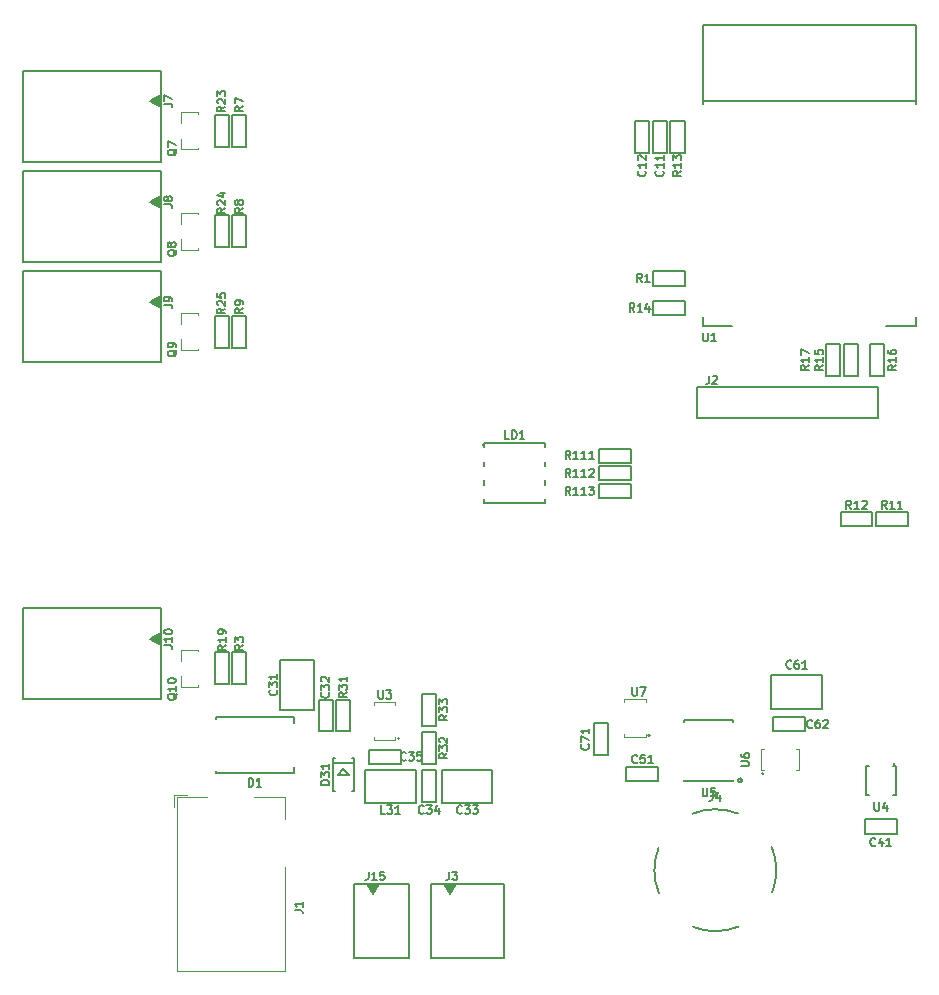
<source format=gbr>
G04 #@! TF.GenerationSoftware,KiCad,Pcbnew,5.0.2-bee76a0~70~ubuntu18.04.1*
G04 #@! TF.CreationDate,2019-07-19T10:36:36+02:00*
G04 #@! TF.ProjectId,SmartHydroponics,536d6172-7448-4796-9472-6f706f6e6963,rev?*
G04 #@! TF.SameCoordinates,Original*
G04 #@! TF.FileFunction,Legend,Top*
G04 #@! TF.FilePolarity,Positive*
%FSLAX46Y46*%
G04 Gerber Fmt 4.6, Leading zero omitted, Abs format (unit mm)*
G04 Created by KiCad (PCBNEW 5.0.2-bee76a0~70~ubuntu18.04.1) date Fri 19 Jul 2019 10:36:36 CEST*
%MOMM*%
%LPD*%
G01*
G04 APERTURE LIST*
%ADD10C,0.150000*%
%ADD11C,0.120000*%
%ADD12C,0.100000*%
G04 APERTURE END LIST*
D10*
G04 #@! TO.C,U1*
X235950000Y-78500000D02*
X253950000Y-78500000D01*
X253950000Y-72000000D02*
X253950000Y-78750000D01*
X235950000Y-72000000D02*
X253950000Y-72000000D01*
X235950000Y-72000000D02*
X235950000Y-78750000D01*
X253950000Y-97500000D02*
X253950000Y-96750000D01*
X253950000Y-97500000D02*
X251450000Y-97500000D01*
X235950000Y-97500000D02*
X238450000Y-97500000D01*
X235950000Y-96750000D02*
X235950000Y-97500000D01*
X235950000Y-97500000D02*
X235950000Y-96750000D01*
G04 #@! TO.C,R1*
X231750000Y-92900000D02*
X234450000Y-92900000D01*
X231750000Y-94100000D02*
X234450000Y-94100000D01*
X231750000Y-92900000D02*
X231750000Y-94100000D01*
X234450000Y-92900000D02*
X234450000Y-94100000D01*
G04 #@! TO.C,J4*
X235049057Y-138820480D02*
G75*
G02X238899999Y-138800001I1950943J-4779520D01*
G01*
X241779520Y-141649057D02*
G75*
G02X241799999Y-145499999I-4779520J-1950943D01*
G01*
X238950943Y-148379520D02*
G75*
G02X235100001Y-148399999I-1950943J4779520D01*
G01*
X232220480Y-145550943D02*
G75*
G02X232200001Y-141700001I4779520J1950943D01*
G01*
G04 #@! TO.C,J3*
G36*
X214000000Y-144800000D02*
X215300000Y-144800000D01*
X215000000Y-144800000D01*
X214500000Y-145600000D01*
X214000000Y-144800000D01*
G37*
X214000000Y-144800000D02*
X215300000Y-144800000D01*
X215000000Y-144800000D01*
X214500000Y-145600000D01*
X214000000Y-144800000D01*
X212900000Y-151000000D02*
X212900000Y-144800000D01*
X219100000Y-151000000D02*
X212900000Y-151000000D01*
X219100000Y-144800000D02*
X219100000Y-151000000D01*
X212900000Y-144800000D02*
X219100000Y-144800000D01*
G04 #@! TO.C,C71*
X227900000Y-131150000D02*
X227900000Y-133850000D01*
X227900000Y-133850000D02*
X226700000Y-133850000D01*
X226700000Y-131150000D02*
X226700000Y-133850000D01*
X227900000Y-131150000D02*
X226700000Y-131150000D01*
G04 #@! TO.C,C62*
X241900000Y-130650000D02*
X241900000Y-131850000D01*
X241900000Y-131850000D02*
X244600000Y-131850000D01*
X244600000Y-130650000D02*
X244600000Y-131850000D01*
X241900000Y-130650000D02*
X244600000Y-130650000D01*
G04 #@! TO.C,C51*
X232175000Y-136025000D02*
X229475000Y-136025000D01*
X229475000Y-136025000D02*
X229475000Y-134825000D01*
X232175000Y-134825000D02*
X229475000Y-134825000D01*
X232175000Y-136025000D02*
X232175000Y-134825000D01*
G04 #@! TO.C,C61*
X241750000Y-127075000D02*
X246000000Y-127075000D01*
X246000000Y-127075000D02*
X246000000Y-129925000D01*
X246000000Y-129925000D02*
X241750000Y-129925000D01*
X241750000Y-129925000D02*
X241750000Y-127075000D01*
G04 #@! TO.C,U5*
X234375000Y-136075000D02*
X234375000Y-135930000D01*
X234375000Y-130925000D02*
X234375000Y-131070000D01*
X238525000Y-130925000D02*
X238525000Y-131070000D01*
X238525000Y-136075000D02*
X234375000Y-136075000D01*
X238525000Y-130925000D02*
X234375000Y-130925000D01*
X238525000Y-136075000D02*
X238525000Y-135930000D01*
X239280278Y-136000000D02*
G75*
G03X239280278Y-136000000I-180278J0D01*
G01*
X239150000Y-136000000D02*
G75*
G03X239150000Y-136000000I-50000J0D01*
G01*
G04 #@! TO.C,U7*
X231448102Y-132198102D02*
G75*
G03X231448102Y-132198102I-78102J0D01*
G01*
D11*
X229300000Y-132360000D02*
X229300000Y-132110000D01*
X231100000Y-132360000D02*
X231100000Y-132110000D01*
X229300000Y-132360000D02*
X231100000Y-132360000D01*
X231100000Y-129140000D02*
X231100000Y-129390000D01*
X229300000Y-129140000D02*
X229300000Y-129390000D01*
X231100000Y-129140000D02*
X229300000Y-129140000D01*
G04 #@! TO.C,U6*
X244060000Y-135150000D02*
X244060000Y-133350000D01*
X244060000Y-133350000D02*
X243810000Y-133350000D01*
X244060000Y-135150000D02*
X243810000Y-135150000D01*
X240840000Y-133350000D02*
X240840000Y-135150000D01*
X240840000Y-135150000D02*
X241090000Y-135150000D01*
X240840000Y-133350000D02*
X241090000Y-133350000D01*
D10*
X241080000Y-135420000D02*
G75*
G03X241080000Y-135420000I-78102J0D01*
G01*
G04 #@! TO.C,J15*
X206400000Y-144800000D02*
X211100000Y-144800000D01*
X211100000Y-144800000D02*
X211100000Y-151000000D01*
X211100000Y-151000000D02*
X206400000Y-151000000D01*
X206400000Y-151000000D02*
X206400000Y-144800000D01*
G36*
X207500000Y-144800000D02*
X208800000Y-144800000D01*
X208500000Y-144800000D01*
X208000000Y-145600000D01*
X207500000Y-144800000D01*
G37*
X207500000Y-144800000D02*
X208800000Y-144800000D01*
X208500000Y-144800000D01*
X208000000Y-145600000D01*
X207500000Y-144800000D01*
G04 #@! TO.C,C31*
X203025000Y-130025000D02*
X200175000Y-130025000D01*
X203025000Y-125775000D02*
X203025000Y-130025000D01*
X200175000Y-125775000D02*
X203025000Y-125775000D01*
X200175000Y-130025000D02*
X200175000Y-125775000D01*
G04 #@! TO.C,D1*
X194700000Y-135400000D02*
X201300000Y-135400000D01*
X201300000Y-135400000D02*
X201300000Y-134900000D01*
X194700000Y-135400000D02*
X194700000Y-135200000D01*
X201300000Y-130600000D02*
X194700000Y-130600000D01*
X201300000Y-130600000D02*
X201300000Y-131100000D01*
X194700000Y-130600000D02*
X194700000Y-130800000D01*
G04 #@! TO.C,R7*
X196100000Y-79650000D02*
X197300000Y-79650000D01*
X196100000Y-82350000D02*
X197300000Y-82350000D01*
X197300000Y-82350000D02*
X197300000Y-79650000D01*
X196100000Y-82350000D02*
X196100000Y-79650000D01*
G04 #@! TO.C,R25*
X194600000Y-99350000D02*
X194600000Y-96650000D01*
X195800000Y-99350000D02*
X195800000Y-96650000D01*
X194600000Y-99350000D02*
X195800000Y-99350000D01*
X194600000Y-96650000D02*
X195800000Y-96650000D01*
G04 #@! TO.C,R24*
X194600000Y-88150000D02*
X195800000Y-88150000D01*
X194600000Y-90850000D02*
X195800000Y-90850000D01*
X195800000Y-90850000D02*
X195800000Y-88150000D01*
X194600000Y-90850000D02*
X194600000Y-88150000D01*
G04 #@! TO.C,R23*
X194600000Y-82350000D02*
X194600000Y-79650000D01*
X195800000Y-82350000D02*
X195800000Y-79650000D01*
X194600000Y-82350000D02*
X195800000Y-82350000D01*
X194600000Y-79650000D02*
X195800000Y-79650000D01*
G04 #@! TO.C,R19*
X194600000Y-127850000D02*
X194600000Y-125150000D01*
X195800000Y-127850000D02*
X195800000Y-125150000D01*
X194600000Y-127850000D02*
X195800000Y-127850000D01*
X194600000Y-125150000D02*
X195800000Y-125150000D01*
G04 #@! TO.C,LD1*
X217450000Y-107450000D02*
X217450000Y-107800000D01*
X222550000Y-107450000D02*
X217450000Y-107450000D01*
X222550000Y-107450000D02*
X222550000Y-107800000D01*
X222550000Y-109000000D02*
X222550000Y-109400000D01*
X222550000Y-110600000D02*
X222550000Y-111000000D01*
X217450000Y-111000000D02*
X217450000Y-110600000D01*
X217450000Y-109400000D02*
X217450000Y-109000000D01*
X217450000Y-107800000D02*
G75*
G02X217450000Y-107450000I0J175000D01*
G01*
D12*
X217425746Y-107722014D02*
G75*
G02X217450000Y-107525000I24254J97014D01*
G01*
D10*
X222550000Y-112550000D02*
X222550000Y-112200000D01*
X217450000Y-112550000D02*
X222550000Y-112550000D01*
X217450000Y-112550000D02*
X217450000Y-112200000D01*
G04 #@! TO.C,R113*
X229850000Y-112100000D02*
X227150000Y-112100000D01*
X229850000Y-110900000D02*
X227150000Y-110900000D01*
X229850000Y-112100000D02*
X229850000Y-110900000D01*
X227150000Y-112100000D02*
X227150000Y-110900000D01*
G04 #@! TO.C,R111*
X227150000Y-109100000D02*
X227150000Y-107900000D01*
X229850000Y-109100000D02*
X229850000Y-107900000D01*
X229850000Y-107900000D02*
X227150000Y-107900000D01*
X229850000Y-109100000D02*
X227150000Y-109100000D01*
G04 #@! TO.C,R112*
X229850000Y-110600000D02*
X227150000Y-110600000D01*
X229850000Y-109400000D02*
X227150000Y-109400000D01*
X229850000Y-110600000D02*
X229850000Y-109400000D01*
X227150000Y-110600000D02*
X227150000Y-109400000D01*
G04 #@! TO.C,R13*
X234400000Y-80200000D02*
X234400000Y-82900000D01*
X233200000Y-80200000D02*
X233200000Y-82900000D01*
X234400000Y-80200000D02*
X233200000Y-80200000D01*
X234400000Y-82900000D02*
X233200000Y-82900000D01*
G04 #@! TO.C,R17*
X247550000Y-101750000D02*
X246350000Y-101750000D01*
X247550000Y-99050000D02*
X246350000Y-99050000D01*
X246350000Y-99050000D02*
X246350000Y-101750000D01*
X247550000Y-99050000D02*
X247550000Y-101750000D01*
G04 #@! TO.C,R15*
X247850000Y-101750000D02*
X247850000Y-99050000D01*
X249050000Y-101750000D02*
X249050000Y-99050000D01*
X247850000Y-101750000D02*
X249050000Y-101750000D01*
X247850000Y-99050000D02*
X249050000Y-99050000D01*
G04 #@! TO.C,R14*
X231700000Y-96600000D02*
X231700000Y-95400000D01*
X234400000Y-96600000D02*
X234400000Y-95400000D01*
X234400000Y-95400000D02*
X231700000Y-95400000D01*
X234400000Y-96600000D02*
X231700000Y-96600000D01*
G04 #@! TO.C,R16*
X251275000Y-99050000D02*
X251275000Y-101750000D01*
X250075000Y-99050000D02*
X250075000Y-101750000D01*
X251275000Y-99050000D02*
X250075000Y-99050000D01*
X251275000Y-101750000D02*
X250075000Y-101750000D01*
G04 #@! TO.C,R11*
X250600000Y-114500000D02*
X250600000Y-113300000D01*
X253300000Y-114500000D02*
X253300000Y-113300000D01*
X253300000Y-113300000D02*
X250600000Y-113300000D01*
X253300000Y-114500000D02*
X250600000Y-114500000D01*
G04 #@! TO.C,R12*
X247600000Y-113300000D02*
X250300000Y-113300000D01*
X247600000Y-114500000D02*
X250300000Y-114500000D01*
X247600000Y-113300000D02*
X247600000Y-114500000D01*
X250300000Y-113300000D02*
X250300000Y-114500000D01*
G04 #@! TO.C,C33*
X213875000Y-135075000D02*
X218125000Y-135075000D01*
X218125000Y-135075000D02*
X218125000Y-137925000D01*
X218125000Y-137925000D02*
X213875000Y-137925000D01*
X213875000Y-137925000D02*
X213875000Y-135075000D01*
G04 #@! TO.C,D31*
X206400000Y-134500000D02*
X204600000Y-134500000D01*
X205050000Y-135500000D02*
X205500000Y-135050000D01*
X205950000Y-135500000D02*
X205050000Y-135500000D01*
X205500000Y-135050000D02*
X205950000Y-135500000D01*
X204600000Y-136900000D02*
X204800000Y-136900000D01*
X204600000Y-134100000D02*
X204800000Y-134100000D01*
X204600000Y-136900000D02*
X204600000Y-134100000D01*
X206400000Y-134100000D02*
X206200000Y-134100000D01*
X206400000Y-136900000D02*
X206200000Y-136900000D01*
X206400000Y-134100000D02*
X206400000Y-136900000D01*
G04 #@! TO.C,C35*
X210350000Y-134600000D02*
X207650000Y-134600000D01*
X207650000Y-134600000D02*
X207650000Y-133400000D01*
X210350000Y-133400000D02*
X207650000Y-133400000D01*
X210350000Y-134600000D02*
X210350000Y-133400000D01*
G04 #@! TO.C,L31*
X207375000Y-135075000D02*
X211625000Y-135075000D01*
X211625000Y-135075000D02*
X211625000Y-137925000D01*
X211625000Y-137925000D02*
X207375000Y-137925000D01*
X207375000Y-137925000D02*
X207375000Y-135075000D01*
G04 #@! TO.C,R31*
X204900000Y-131850000D02*
X204900000Y-129150000D01*
X206100000Y-131850000D02*
X206100000Y-129150000D01*
X204900000Y-131850000D02*
X206100000Y-131850000D01*
X204900000Y-129150000D02*
X206100000Y-129150000D01*
G04 #@! TO.C,R32*
X212150000Y-131900000D02*
X213350000Y-131900000D01*
X212150000Y-134600000D02*
X213350000Y-134600000D01*
X213350000Y-134600000D02*
X213350000Y-131900000D01*
X212150000Y-134600000D02*
X212150000Y-131900000D01*
G04 #@! TO.C,R33*
X212150000Y-131350000D02*
X212150000Y-128650000D01*
X213350000Y-131350000D02*
X213350000Y-128650000D01*
X212150000Y-131350000D02*
X213350000Y-131350000D01*
X212150000Y-128650000D02*
X213350000Y-128650000D01*
D11*
G04 #@! TO.C,U3*
X209900000Y-129390000D02*
X208100000Y-129390000D01*
X208100000Y-129390000D02*
X208100000Y-129640000D01*
X209900000Y-129390000D02*
X209900000Y-129640000D01*
X208100000Y-132610000D02*
X209900000Y-132610000D01*
X209900000Y-132610000D02*
X209900000Y-132360000D01*
X208100000Y-132610000D02*
X208100000Y-132360000D01*
D10*
X210248102Y-132448102D02*
G75*
G03X210248102Y-132448102I-78102J0D01*
G01*
G04 #@! TO.C,J10*
G36*
X190100000Y-123500000D02*
X190100000Y-124500000D01*
X189100000Y-124000000D01*
X190100000Y-123500000D01*
G37*
X190100000Y-123500000D02*
X190100000Y-124500000D01*
X189100000Y-124000000D01*
X190100000Y-123500000D01*
X178400000Y-121400000D02*
X178400000Y-129100000D01*
X190100000Y-129100000D02*
X190100000Y-121400000D01*
X190100000Y-129100000D02*
X178400000Y-129100000D01*
X190100000Y-121400000D02*
X178400000Y-121400000D01*
G04 #@! TO.C,J9*
X190100000Y-92900000D02*
X178400000Y-92900000D01*
X190100000Y-100600000D02*
X178400000Y-100600000D01*
X190100000Y-100600000D02*
X190100000Y-92900000D01*
X178400000Y-92900000D02*
X178400000Y-100600000D01*
G36*
X190100000Y-95000000D02*
X190100000Y-96000000D01*
X189100000Y-95500000D01*
X190100000Y-95000000D01*
G37*
X190100000Y-95000000D02*
X190100000Y-96000000D01*
X189100000Y-95500000D01*
X190100000Y-95000000D01*
G04 #@! TO.C,J8*
G36*
X190100000Y-86500000D02*
X190100000Y-87500000D01*
X189100000Y-87000000D01*
X190100000Y-86500000D01*
G37*
X190100000Y-86500000D02*
X190100000Y-87500000D01*
X189100000Y-87000000D01*
X190100000Y-86500000D01*
X178400000Y-84400000D02*
X178400000Y-92100000D01*
X190100000Y-92100000D02*
X190100000Y-84400000D01*
X190100000Y-92100000D02*
X178400000Y-92100000D01*
X190100000Y-84400000D02*
X178400000Y-84400000D01*
G04 #@! TO.C,J7*
X190100000Y-75900000D02*
X178400000Y-75900000D01*
X190100000Y-83600000D02*
X178400000Y-83600000D01*
X190100000Y-83600000D02*
X190100000Y-75900000D01*
X178400000Y-75900000D02*
X178400000Y-83600000D01*
G36*
X190100000Y-78000000D02*
X190100000Y-79000000D01*
X189100000Y-78500000D01*
X190100000Y-78000000D01*
G37*
X190100000Y-78000000D02*
X190100000Y-79000000D01*
X189100000Y-78500000D01*
X190100000Y-78000000D01*
G04 #@! TO.C,J2*
X235450000Y-102700000D02*
X235450000Y-105300000D01*
X235450000Y-105300000D02*
X250750000Y-105300000D01*
X250750000Y-105300000D02*
X250750000Y-102700000D01*
X250750000Y-102700000D02*
X235450000Y-102700000D01*
D11*
G04 #@! TO.C,J1*
X191400000Y-137400000D02*
X194000000Y-137400000D01*
X191400000Y-152100000D02*
X191400000Y-137400000D01*
X200600000Y-137400000D02*
X200600000Y-139300000D01*
X197900000Y-137400000D02*
X200600000Y-137400000D01*
X200600000Y-152100000D02*
X191400000Y-152100000D01*
X200600000Y-143300000D02*
X200600000Y-152100000D01*
X191200000Y-138250000D02*
X191200000Y-137200000D01*
X192250000Y-137200000D02*
X191200000Y-137200000D01*
D10*
G04 #@! TO.C,C32*
X203400000Y-131850000D02*
X203400000Y-129150000D01*
X203400000Y-129150000D02*
X204600000Y-129150000D01*
X204600000Y-131850000D02*
X204600000Y-129150000D01*
X203400000Y-131850000D02*
X204600000Y-131850000D01*
G04 #@! TO.C,C12*
X231400000Y-80200000D02*
X230200000Y-80200000D01*
X230200000Y-80200000D02*
X230200000Y-82900000D01*
X231400000Y-82900000D02*
X230200000Y-82900000D01*
X231400000Y-80200000D02*
X231400000Y-82900000D01*
G04 #@! TO.C,C11*
X232900000Y-80200000D02*
X232900000Y-82900000D01*
X232900000Y-82900000D02*
X231700000Y-82900000D01*
X231700000Y-80200000D02*
X231700000Y-82900000D01*
X232900000Y-80200000D02*
X231700000Y-80200000D01*
G04 #@! TO.C,C34*
X213350000Y-135150000D02*
X212150000Y-135150000D01*
X212150000Y-135150000D02*
X212150000Y-137850000D01*
X213350000Y-137850000D02*
X212150000Y-137850000D01*
X213350000Y-135150000D02*
X213350000Y-137850000D01*
G04 #@! TO.C,C41*
X249671824Y-139302855D02*
X252371824Y-139302855D01*
X252371824Y-139302855D02*
X252371824Y-140502855D01*
X249671824Y-140502855D02*
X252371824Y-140502855D01*
X249671824Y-139302855D02*
X249671824Y-140502855D01*
G04 #@! TO.C,R8*
X196100000Y-90850000D02*
X196100000Y-88150000D01*
X197300000Y-90850000D02*
X197300000Y-88150000D01*
X196100000Y-90850000D02*
X197300000Y-90850000D01*
X196100000Y-88150000D02*
X197300000Y-88150000D01*
G04 #@! TO.C,R9*
X196100000Y-96650000D02*
X197300000Y-96650000D01*
X196100000Y-99350000D02*
X197300000Y-99350000D01*
X197300000Y-99350000D02*
X197300000Y-96650000D01*
X196100000Y-99350000D02*
X196100000Y-96650000D01*
G04 #@! TO.C,R3*
X196100000Y-127850000D02*
X196100000Y-125150000D01*
X197300000Y-127850000D02*
X197300000Y-125150000D01*
X196100000Y-127850000D02*
X197300000Y-127850000D01*
X196100000Y-125150000D02*
X197300000Y-125150000D01*
D11*
G04 #@! TO.C,Q10*
X193200000Y-124920000D02*
X193200000Y-125060000D01*
X191740000Y-124920000D02*
X193200000Y-124920000D01*
X193200000Y-128080000D02*
X193200000Y-127940000D01*
X191740000Y-128080000D02*
X193200000Y-128080000D01*
X191740000Y-128080000D02*
X191740000Y-127150000D01*
X191740000Y-124920000D02*
X191740000Y-125850000D01*
G04 #@! TO.C,Q9*
X191740000Y-96420000D02*
X191740000Y-97350000D01*
X191740000Y-99580000D02*
X191740000Y-98650000D01*
X191740000Y-99580000D02*
X193200000Y-99580000D01*
X193200000Y-99580000D02*
X193200000Y-99440000D01*
X191740000Y-96420000D02*
X193200000Y-96420000D01*
X193200000Y-96420000D02*
X193200000Y-96560000D01*
G04 #@! TO.C,Q8*
X193200000Y-87920000D02*
X193200000Y-88060000D01*
X191740000Y-87920000D02*
X193200000Y-87920000D01*
X193200000Y-91080000D02*
X193200000Y-90940000D01*
X191740000Y-91080000D02*
X193200000Y-91080000D01*
X191740000Y-91080000D02*
X191740000Y-90150000D01*
X191740000Y-87920000D02*
X191740000Y-88850000D01*
G04 #@! TO.C,Q7*
X191740000Y-79420000D02*
X191740000Y-80350000D01*
X191740000Y-82580000D02*
X191740000Y-81650000D01*
X191740000Y-82580000D02*
X193200000Y-82580000D01*
X193200000Y-82580000D02*
X193200000Y-82440000D01*
X191740000Y-79420000D02*
X193200000Y-79420000D01*
X193200000Y-79420000D02*
X193200000Y-79560000D01*
D10*
G04 #@! TO.C,U4*
X252271824Y-134752855D02*
X252021824Y-134752855D01*
X252271824Y-134752855D02*
X252271824Y-137252855D01*
X252271824Y-137252855D02*
X252021824Y-137252855D01*
X249771824Y-134752855D02*
X250021824Y-134752855D01*
X249771824Y-137252855D02*
X250021824Y-137252855D01*
X249771824Y-137252855D02*
X249771824Y-134752855D01*
X252192535Y-134602855D02*
G75*
G03X252192535Y-134602855I-70711J0D01*
G01*
G04 #@! TO.C,U1*
X235966666Y-98116666D02*
X235966666Y-98683333D01*
X236000000Y-98750000D01*
X236033333Y-98783333D01*
X236100000Y-98816666D01*
X236233333Y-98816666D01*
X236300000Y-98783333D01*
X236333333Y-98750000D01*
X236366666Y-98683333D01*
X236366666Y-98116666D01*
X237066666Y-98816666D02*
X236666666Y-98816666D01*
X236866666Y-98816666D02*
X236866666Y-98116666D01*
X236800000Y-98216666D01*
X236733333Y-98283333D01*
X236666666Y-98316666D01*
G04 #@! TO.C,R1*
X230783333Y-93816666D02*
X230550000Y-93483333D01*
X230383333Y-93816666D02*
X230383333Y-93116666D01*
X230650000Y-93116666D01*
X230716666Y-93150000D01*
X230750000Y-93183333D01*
X230783333Y-93250000D01*
X230783333Y-93350000D01*
X230750000Y-93416666D01*
X230716666Y-93450000D01*
X230650000Y-93483333D01*
X230383333Y-93483333D01*
X231450000Y-93816666D02*
X231050000Y-93816666D01*
X231250000Y-93816666D02*
X231250000Y-93116666D01*
X231183333Y-93216666D01*
X231116666Y-93283333D01*
X231050000Y-93316666D01*
G04 #@! TO.C,J4*
X236766666Y-137016666D02*
X236766666Y-137516666D01*
X236733333Y-137616666D01*
X236666666Y-137683333D01*
X236566666Y-137716666D01*
X236500000Y-137716666D01*
X237400000Y-137250000D02*
X237400000Y-137716666D01*
X237233333Y-136983333D02*
X237066666Y-137483333D01*
X237500000Y-137483333D01*
G04 #@! TO.C,J3*
X214466666Y-143716666D02*
X214466666Y-144216666D01*
X214433333Y-144316666D01*
X214366666Y-144383333D01*
X214266666Y-144416666D01*
X214200000Y-144416666D01*
X214733333Y-143716666D02*
X215166666Y-143716666D01*
X214933333Y-143983333D01*
X215033333Y-143983333D01*
X215100000Y-144016666D01*
X215133333Y-144050000D01*
X215166666Y-144116666D01*
X215166666Y-144283333D01*
X215133333Y-144350000D01*
X215100000Y-144383333D01*
X215033333Y-144416666D01*
X214833333Y-144416666D01*
X214766666Y-144383333D01*
X214733333Y-144350000D01*
G04 #@! TO.C,C71*
X226250000Y-132950000D02*
X226283333Y-132983333D01*
X226316666Y-133083333D01*
X226316666Y-133150000D01*
X226283333Y-133250000D01*
X226216666Y-133316666D01*
X226150000Y-133350000D01*
X226016666Y-133383333D01*
X225916666Y-133383333D01*
X225783333Y-133350000D01*
X225716666Y-133316666D01*
X225650000Y-133250000D01*
X225616666Y-133150000D01*
X225616666Y-133083333D01*
X225650000Y-132983333D01*
X225683333Y-132950000D01*
X225616666Y-132716666D02*
X225616666Y-132250000D01*
X226316666Y-132550000D01*
X226316666Y-131616666D02*
X226316666Y-132016666D01*
X226316666Y-131816666D02*
X225616666Y-131816666D01*
X225716666Y-131883333D01*
X225783333Y-131950000D01*
X225816666Y-132016666D01*
G04 #@! TO.C,C62*
X245200000Y-131500000D02*
X245166666Y-131533333D01*
X245066666Y-131566666D01*
X245000000Y-131566666D01*
X244900000Y-131533333D01*
X244833333Y-131466666D01*
X244800000Y-131400000D01*
X244766666Y-131266666D01*
X244766666Y-131166666D01*
X244800000Y-131033333D01*
X244833333Y-130966666D01*
X244900000Y-130900000D01*
X245000000Y-130866666D01*
X245066666Y-130866666D01*
X245166666Y-130900000D01*
X245200000Y-130933333D01*
X245800000Y-130866666D02*
X245666666Y-130866666D01*
X245600000Y-130900000D01*
X245566666Y-130933333D01*
X245500000Y-131033333D01*
X245466666Y-131166666D01*
X245466666Y-131433333D01*
X245500000Y-131500000D01*
X245533333Y-131533333D01*
X245600000Y-131566666D01*
X245733333Y-131566666D01*
X245800000Y-131533333D01*
X245833333Y-131500000D01*
X245866666Y-131433333D01*
X245866666Y-131266666D01*
X245833333Y-131200000D01*
X245800000Y-131166666D01*
X245733333Y-131133333D01*
X245600000Y-131133333D01*
X245533333Y-131166666D01*
X245500000Y-131200000D01*
X245466666Y-131266666D01*
X246133333Y-130933333D02*
X246166666Y-130900000D01*
X246233333Y-130866666D01*
X246400000Y-130866666D01*
X246466666Y-130900000D01*
X246500000Y-130933333D01*
X246533333Y-131000000D01*
X246533333Y-131066666D01*
X246500000Y-131166666D01*
X246100000Y-131566666D01*
X246533333Y-131566666D01*
G04 #@! TO.C,C51*
X230375000Y-134475000D02*
X230341666Y-134508333D01*
X230241666Y-134541666D01*
X230175000Y-134541666D01*
X230075000Y-134508333D01*
X230008333Y-134441666D01*
X229975000Y-134375000D01*
X229941666Y-134241666D01*
X229941666Y-134141666D01*
X229975000Y-134008333D01*
X230008333Y-133941666D01*
X230075000Y-133875000D01*
X230175000Y-133841666D01*
X230241666Y-133841666D01*
X230341666Y-133875000D01*
X230375000Y-133908333D01*
X231008333Y-133841666D02*
X230675000Y-133841666D01*
X230641666Y-134175000D01*
X230675000Y-134141666D01*
X230741666Y-134108333D01*
X230908333Y-134108333D01*
X230975000Y-134141666D01*
X231008333Y-134175000D01*
X231041666Y-134241666D01*
X231041666Y-134408333D01*
X231008333Y-134475000D01*
X230975000Y-134508333D01*
X230908333Y-134541666D01*
X230741666Y-134541666D01*
X230675000Y-134508333D01*
X230641666Y-134475000D01*
X231708333Y-134541666D02*
X231308333Y-134541666D01*
X231508333Y-134541666D02*
X231508333Y-133841666D01*
X231441666Y-133941666D01*
X231375000Y-134008333D01*
X231308333Y-134041666D01*
G04 #@! TO.C,C61*
X243425000Y-126470000D02*
X243391666Y-126503333D01*
X243291666Y-126536666D01*
X243225000Y-126536666D01*
X243125000Y-126503333D01*
X243058333Y-126436666D01*
X243025000Y-126370000D01*
X242991666Y-126236666D01*
X242991666Y-126136666D01*
X243025000Y-126003333D01*
X243058333Y-125936666D01*
X243125000Y-125870000D01*
X243225000Y-125836666D01*
X243291666Y-125836666D01*
X243391666Y-125870000D01*
X243425000Y-125903333D01*
X244025000Y-125836666D02*
X243891666Y-125836666D01*
X243825000Y-125870000D01*
X243791666Y-125903333D01*
X243725000Y-126003333D01*
X243691666Y-126136666D01*
X243691666Y-126403333D01*
X243725000Y-126470000D01*
X243758333Y-126503333D01*
X243825000Y-126536666D01*
X243958333Y-126536666D01*
X244025000Y-126503333D01*
X244058333Y-126470000D01*
X244091666Y-126403333D01*
X244091666Y-126236666D01*
X244058333Y-126170000D01*
X244025000Y-126136666D01*
X243958333Y-126103333D01*
X243825000Y-126103333D01*
X243758333Y-126136666D01*
X243725000Y-126170000D01*
X243691666Y-126236666D01*
X244758333Y-126536666D02*
X244358333Y-126536666D01*
X244558333Y-126536666D02*
X244558333Y-125836666D01*
X244491666Y-125936666D01*
X244425000Y-126003333D01*
X244358333Y-126036666D01*
G04 #@! TO.C,U5*
X235916666Y-136616666D02*
X235916666Y-137183333D01*
X235950000Y-137250000D01*
X235983333Y-137283333D01*
X236050000Y-137316666D01*
X236183333Y-137316666D01*
X236250000Y-137283333D01*
X236283333Y-137250000D01*
X236316666Y-137183333D01*
X236316666Y-136616666D01*
X236983333Y-136616666D02*
X236650000Y-136616666D01*
X236616666Y-136950000D01*
X236650000Y-136916666D01*
X236716666Y-136883333D01*
X236883333Y-136883333D01*
X236950000Y-136916666D01*
X236983333Y-136950000D01*
X237016666Y-137016666D01*
X237016666Y-137183333D01*
X236983333Y-137250000D01*
X236950000Y-137283333D01*
X236883333Y-137316666D01*
X236716666Y-137316666D01*
X236650000Y-137283333D01*
X236616666Y-137250000D01*
G04 #@! TO.C,U7*
X229966666Y-128116666D02*
X229966666Y-128683333D01*
X230000000Y-128750000D01*
X230033333Y-128783333D01*
X230100000Y-128816666D01*
X230233333Y-128816666D01*
X230300000Y-128783333D01*
X230333333Y-128750000D01*
X230366666Y-128683333D01*
X230366666Y-128116666D01*
X230633333Y-128116666D02*
X231100000Y-128116666D01*
X230800000Y-128816666D01*
G04 #@! TO.C,U6*
X239166666Y-134783333D02*
X239733333Y-134783333D01*
X239800000Y-134750000D01*
X239833333Y-134716666D01*
X239866666Y-134650000D01*
X239866666Y-134516666D01*
X239833333Y-134450000D01*
X239800000Y-134416666D01*
X239733333Y-134383333D01*
X239166666Y-134383333D01*
X239166666Y-133750000D02*
X239166666Y-133883333D01*
X239200000Y-133950000D01*
X239233333Y-133983333D01*
X239333333Y-134050000D01*
X239466666Y-134083333D01*
X239733333Y-134083333D01*
X239800000Y-134050000D01*
X239833333Y-134016666D01*
X239866666Y-133950000D01*
X239866666Y-133816666D01*
X239833333Y-133750000D01*
X239800000Y-133716666D01*
X239733333Y-133683333D01*
X239566666Y-133683333D01*
X239500000Y-133716666D01*
X239466666Y-133750000D01*
X239433333Y-133816666D01*
X239433333Y-133950000D01*
X239466666Y-134016666D01*
X239500000Y-134050000D01*
X239566666Y-134083333D01*
G04 #@! TO.C,J15*
X207633333Y-143716666D02*
X207633333Y-144216666D01*
X207600000Y-144316666D01*
X207533333Y-144383333D01*
X207433333Y-144416666D01*
X207366666Y-144416666D01*
X208333333Y-144416666D02*
X207933333Y-144416666D01*
X208133333Y-144416666D02*
X208133333Y-143716666D01*
X208066666Y-143816666D01*
X208000000Y-143883333D01*
X207933333Y-143916666D01*
X208966666Y-143716666D02*
X208633333Y-143716666D01*
X208600000Y-144050000D01*
X208633333Y-144016666D01*
X208700000Y-143983333D01*
X208866666Y-143983333D01*
X208933333Y-144016666D01*
X208966666Y-144050000D01*
X209000000Y-144116666D01*
X209000000Y-144283333D01*
X208966666Y-144350000D01*
X208933333Y-144383333D01*
X208866666Y-144416666D01*
X208700000Y-144416666D01*
X208633333Y-144383333D01*
X208600000Y-144350000D01*
G04 #@! TO.C,C31*
X199850000Y-128350000D02*
X199883333Y-128383333D01*
X199916666Y-128483333D01*
X199916666Y-128550000D01*
X199883333Y-128650000D01*
X199816666Y-128716666D01*
X199750000Y-128750000D01*
X199616666Y-128783333D01*
X199516666Y-128783333D01*
X199383333Y-128750000D01*
X199316666Y-128716666D01*
X199250000Y-128650000D01*
X199216666Y-128550000D01*
X199216666Y-128483333D01*
X199250000Y-128383333D01*
X199283333Y-128350000D01*
X199216666Y-128116666D02*
X199216666Y-127683333D01*
X199483333Y-127916666D01*
X199483333Y-127816666D01*
X199516666Y-127750000D01*
X199550000Y-127716666D01*
X199616666Y-127683333D01*
X199783333Y-127683333D01*
X199850000Y-127716666D01*
X199883333Y-127750000D01*
X199916666Y-127816666D01*
X199916666Y-128016666D01*
X199883333Y-128083333D01*
X199850000Y-128116666D01*
X199916666Y-127016666D02*
X199916666Y-127416666D01*
X199916666Y-127216666D02*
X199216666Y-127216666D01*
X199316666Y-127283333D01*
X199383333Y-127350000D01*
X199416666Y-127416666D01*
G04 #@! TO.C,D1*
X197483333Y-136516666D02*
X197483333Y-135816666D01*
X197650000Y-135816666D01*
X197750000Y-135850000D01*
X197816666Y-135916666D01*
X197850000Y-135983333D01*
X197883333Y-136116666D01*
X197883333Y-136216666D01*
X197850000Y-136350000D01*
X197816666Y-136416666D01*
X197750000Y-136483333D01*
X197650000Y-136516666D01*
X197483333Y-136516666D01*
X198550000Y-136516666D02*
X198150000Y-136516666D01*
X198350000Y-136516666D02*
X198350000Y-135816666D01*
X198283333Y-135916666D01*
X198216666Y-135983333D01*
X198150000Y-136016666D01*
G04 #@! TO.C,R7*
X197016666Y-78916666D02*
X196683333Y-79150000D01*
X197016666Y-79316666D02*
X196316666Y-79316666D01*
X196316666Y-79050000D01*
X196350000Y-78983333D01*
X196383333Y-78950000D01*
X196450000Y-78916666D01*
X196550000Y-78916666D01*
X196616666Y-78950000D01*
X196650000Y-78983333D01*
X196683333Y-79050000D01*
X196683333Y-79316666D01*
X196316666Y-78683333D02*
X196316666Y-78216666D01*
X197016666Y-78516666D01*
G04 #@! TO.C,R25*
X195516666Y-96050000D02*
X195183333Y-96283333D01*
X195516666Y-96450000D02*
X194816666Y-96450000D01*
X194816666Y-96183333D01*
X194850000Y-96116666D01*
X194883333Y-96083333D01*
X194950000Y-96050000D01*
X195050000Y-96050000D01*
X195116666Y-96083333D01*
X195150000Y-96116666D01*
X195183333Y-96183333D01*
X195183333Y-96450000D01*
X194883333Y-95783333D02*
X194850000Y-95750000D01*
X194816666Y-95683333D01*
X194816666Y-95516666D01*
X194850000Y-95450000D01*
X194883333Y-95416666D01*
X194950000Y-95383333D01*
X195016666Y-95383333D01*
X195116666Y-95416666D01*
X195516666Y-95816666D01*
X195516666Y-95383333D01*
X194816666Y-94750000D02*
X194816666Y-95083333D01*
X195150000Y-95116666D01*
X195116666Y-95083333D01*
X195083333Y-95016666D01*
X195083333Y-94850000D01*
X195116666Y-94783333D01*
X195150000Y-94750000D01*
X195216666Y-94716666D01*
X195383333Y-94716666D01*
X195450000Y-94750000D01*
X195483333Y-94783333D01*
X195516666Y-94850000D01*
X195516666Y-95016666D01*
X195483333Y-95083333D01*
X195450000Y-95116666D01*
G04 #@! TO.C,R24*
X195516666Y-87550000D02*
X195183333Y-87783333D01*
X195516666Y-87950000D02*
X194816666Y-87950000D01*
X194816666Y-87683333D01*
X194850000Y-87616666D01*
X194883333Y-87583333D01*
X194950000Y-87550000D01*
X195050000Y-87550000D01*
X195116666Y-87583333D01*
X195150000Y-87616666D01*
X195183333Y-87683333D01*
X195183333Y-87950000D01*
X194883333Y-87283333D02*
X194850000Y-87250000D01*
X194816666Y-87183333D01*
X194816666Y-87016666D01*
X194850000Y-86950000D01*
X194883333Y-86916666D01*
X194950000Y-86883333D01*
X195016666Y-86883333D01*
X195116666Y-86916666D01*
X195516666Y-87316666D01*
X195516666Y-86883333D01*
X195050000Y-86283333D02*
X195516666Y-86283333D01*
X194783333Y-86450000D02*
X195283333Y-86616666D01*
X195283333Y-86183333D01*
G04 #@! TO.C,R23*
X195516666Y-78950000D02*
X195183333Y-79183333D01*
X195516666Y-79350000D02*
X194816666Y-79350000D01*
X194816666Y-79083333D01*
X194850000Y-79016666D01*
X194883333Y-78983333D01*
X194950000Y-78950000D01*
X195050000Y-78950000D01*
X195116666Y-78983333D01*
X195150000Y-79016666D01*
X195183333Y-79083333D01*
X195183333Y-79350000D01*
X194883333Y-78683333D02*
X194850000Y-78650000D01*
X194816666Y-78583333D01*
X194816666Y-78416666D01*
X194850000Y-78350000D01*
X194883333Y-78316666D01*
X194950000Y-78283333D01*
X195016666Y-78283333D01*
X195116666Y-78316666D01*
X195516666Y-78716666D01*
X195516666Y-78283333D01*
X194816666Y-78050000D02*
X194816666Y-77616666D01*
X195083333Y-77850000D01*
X195083333Y-77750000D01*
X195116666Y-77683333D01*
X195150000Y-77650000D01*
X195216666Y-77616666D01*
X195383333Y-77616666D01*
X195450000Y-77650000D01*
X195483333Y-77683333D01*
X195516666Y-77750000D01*
X195516666Y-77950000D01*
X195483333Y-78016666D01*
X195450000Y-78050000D01*
G04 #@! TO.C,R19*
X195566666Y-124550000D02*
X195233333Y-124783333D01*
X195566666Y-124950000D02*
X194866666Y-124950000D01*
X194866666Y-124683333D01*
X194900000Y-124616666D01*
X194933333Y-124583333D01*
X195000000Y-124550000D01*
X195100000Y-124550000D01*
X195166666Y-124583333D01*
X195200000Y-124616666D01*
X195233333Y-124683333D01*
X195233333Y-124950000D01*
X195566666Y-123883333D02*
X195566666Y-124283333D01*
X195566666Y-124083333D02*
X194866666Y-124083333D01*
X194966666Y-124150000D01*
X195033333Y-124216666D01*
X195066666Y-124283333D01*
X195566666Y-123550000D02*
X195566666Y-123416666D01*
X195533333Y-123350000D01*
X195500000Y-123316666D01*
X195400000Y-123250000D01*
X195266666Y-123216666D01*
X195000000Y-123216666D01*
X194933333Y-123250000D01*
X194900000Y-123283333D01*
X194866666Y-123350000D01*
X194866666Y-123483333D01*
X194900000Y-123550000D01*
X194933333Y-123583333D01*
X195000000Y-123616666D01*
X195166666Y-123616666D01*
X195233333Y-123583333D01*
X195266666Y-123550000D01*
X195300000Y-123483333D01*
X195300000Y-123350000D01*
X195266666Y-123283333D01*
X195233333Y-123250000D01*
X195166666Y-123216666D01*
G04 #@! TO.C,LD1*
X219533333Y-107066666D02*
X219200000Y-107066666D01*
X219200000Y-106366666D01*
X219766666Y-107066666D02*
X219766666Y-106366666D01*
X219933333Y-106366666D01*
X220033333Y-106400000D01*
X220100000Y-106466666D01*
X220133333Y-106533333D01*
X220166666Y-106666666D01*
X220166666Y-106766666D01*
X220133333Y-106900000D01*
X220100000Y-106966666D01*
X220033333Y-107033333D01*
X219933333Y-107066666D01*
X219766666Y-107066666D01*
X220833333Y-107066666D02*
X220433333Y-107066666D01*
X220633333Y-107066666D02*
X220633333Y-106366666D01*
X220566666Y-106466666D01*
X220500000Y-106533333D01*
X220433333Y-106566666D01*
G04 #@! TO.C,R113*
X224716666Y-111816666D02*
X224483333Y-111483333D01*
X224316666Y-111816666D02*
X224316666Y-111116666D01*
X224583333Y-111116666D01*
X224650000Y-111150000D01*
X224683333Y-111183333D01*
X224716666Y-111250000D01*
X224716666Y-111350000D01*
X224683333Y-111416666D01*
X224650000Y-111450000D01*
X224583333Y-111483333D01*
X224316666Y-111483333D01*
X225383333Y-111816666D02*
X224983333Y-111816666D01*
X225183333Y-111816666D02*
X225183333Y-111116666D01*
X225116666Y-111216666D01*
X225050000Y-111283333D01*
X224983333Y-111316666D01*
X226050000Y-111816666D02*
X225650000Y-111816666D01*
X225850000Y-111816666D02*
X225850000Y-111116666D01*
X225783333Y-111216666D01*
X225716666Y-111283333D01*
X225650000Y-111316666D01*
X226283333Y-111116666D02*
X226716666Y-111116666D01*
X226483333Y-111383333D01*
X226583333Y-111383333D01*
X226650000Y-111416666D01*
X226683333Y-111450000D01*
X226716666Y-111516666D01*
X226716666Y-111683333D01*
X226683333Y-111750000D01*
X226650000Y-111783333D01*
X226583333Y-111816666D01*
X226383333Y-111816666D01*
X226316666Y-111783333D01*
X226283333Y-111750000D01*
G04 #@! TO.C,R111*
X224716666Y-108816666D02*
X224483333Y-108483333D01*
X224316666Y-108816666D02*
X224316666Y-108116666D01*
X224583333Y-108116666D01*
X224650000Y-108150000D01*
X224683333Y-108183333D01*
X224716666Y-108250000D01*
X224716666Y-108350000D01*
X224683333Y-108416666D01*
X224650000Y-108450000D01*
X224583333Y-108483333D01*
X224316666Y-108483333D01*
X225383333Y-108816666D02*
X224983333Y-108816666D01*
X225183333Y-108816666D02*
X225183333Y-108116666D01*
X225116666Y-108216666D01*
X225050000Y-108283333D01*
X224983333Y-108316666D01*
X226050000Y-108816666D02*
X225650000Y-108816666D01*
X225850000Y-108816666D02*
X225850000Y-108116666D01*
X225783333Y-108216666D01*
X225716666Y-108283333D01*
X225650000Y-108316666D01*
X226716666Y-108816666D02*
X226316666Y-108816666D01*
X226516666Y-108816666D02*
X226516666Y-108116666D01*
X226450000Y-108216666D01*
X226383333Y-108283333D01*
X226316666Y-108316666D01*
G04 #@! TO.C,R112*
X224716666Y-110316666D02*
X224483333Y-109983333D01*
X224316666Y-110316666D02*
X224316666Y-109616666D01*
X224583333Y-109616666D01*
X224650000Y-109650000D01*
X224683333Y-109683333D01*
X224716666Y-109750000D01*
X224716666Y-109850000D01*
X224683333Y-109916666D01*
X224650000Y-109950000D01*
X224583333Y-109983333D01*
X224316666Y-109983333D01*
X225383333Y-110316666D02*
X224983333Y-110316666D01*
X225183333Y-110316666D02*
X225183333Y-109616666D01*
X225116666Y-109716666D01*
X225050000Y-109783333D01*
X224983333Y-109816666D01*
X226050000Y-110316666D02*
X225650000Y-110316666D01*
X225850000Y-110316666D02*
X225850000Y-109616666D01*
X225783333Y-109716666D01*
X225716666Y-109783333D01*
X225650000Y-109816666D01*
X226316666Y-109683333D02*
X226350000Y-109650000D01*
X226416666Y-109616666D01*
X226583333Y-109616666D01*
X226650000Y-109650000D01*
X226683333Y-109683333D01*
X226716666Y-109750000D01*
X226716666Y-109816666D01*
X226683333Y-109916666D01*
X226283333Y-110316666D01*
X226716666Y-110316666D01*
G04 #@! TO.C,R13*
X234116666Y-84400000D02*
X233783333Y-84633333D01*
X234116666Y-84800000D02*
X233416666Y-84800000D01*
X233416666Y-84533333D01*
X233450000Y-84466666D01*
X233483333Y-84433333D01*
X233550000Y-84400000D01*
X233650000Y-84400000D01*
X233716666Y-84433333D01*
X233750000Y-84466666D01*
X233783333Y-84533333D01*
X233783333Y-84800000D01*
X234116666Y-83733333D02*
X234116666Y-84133333D01*
X234116666Y-83933333D02*
X233416666Y-83933333D01*
X233516666Y-84000000D01*
X233583333Y-84066666D01*
X233616666Y-84133333D01*
X233416666Y-83500000D02*
X233416666Y-83066666D01*
X233683333Y-83300000D01*
X233683333Y-83200000D01*
X233716666Y-83133333D01*
X233750000Y-83100000D01*
X233816666Y-83066666D01*
X233983333Y-83066666D01*
X234050000Y-83100000D01*
X234083333Y-83133333D01*
X234116666Y-83200000D01*
X234116666Y-83400000D01*
X234083333Y-83466666D01*
X234050000Y-83500000D01*
G04 #@! TO.C,R17*
X244916666Y-100850000D02*
X244583333Y-101083333D01*
X244916666Y-101250000D02*
X244216666Y-101250000D01*
X244216666Y-100983333D01*
X244250000Y-100916666D01*
X244283333Y-100883333D01*
X244350000Y-100850000D01*
X244450000Y-100850000D01*
X244516666Y-100883333D01*
X244550000Y-100916666D01*
X244583333Y-100983333D01*
X244583333Y-101250000D01*
X244916666Y-100183333D02*
X244916666Y-100583333D01*
X244916666Y-100383333D02*
X244216666Y-100383333D01*
X244316666Y-100450000D01*
X244383333Y-100516666D01*
X244416666Y-100583333D01*
X244216666Y-99950000D02*
X244216666Y-99483333D01*
X244916666Y-99783333D01*
G04 #@! TO.C,R15*
X246116666Y-100850000D02*
X245783333Y-101083333D01*
X246116666Y-101250000D02*
X245416666Y-101250000D01*
X245416666Y-100983333D01*
X245450000Y-100916666D01*
X245483333Y-100883333D01*
X245550000Y-100850000D01*
X245650000Y-100850000D01*
X245716666Y-100883333D01*
X245750000Y-100916666D01*
X245783333Y-100983333D01*
X245783333Y-101250000D01*
X246116666Y-100183333D02*
X246116666Y-100583333D01*
X246116666Y-100383333D02*
X245416666Y-100383333D01*
X245516666Y-100450000D01*
X245583333Y-100516666D01*
X245616666Y-100583333D01*
X245416666Y-99550000D02*
X245416666Y-99883333D01*
X245750000Y-99916666D01*
X245716666Y-99883333D01*
X245683333Y-99816666D01*
X245683333Y-99650000D01*
X245716666Y-99583333D01*
X245750000Y-99550000D01*
X245816666Y-99516666D01*
X245983333Y-99516666D01*
X246050000Y-99550000D01*
X246083333Y-99583333D01*
X246116666Y-99650000D01*
X246116666Y-99816666D01*
X246083333Y-99883333D01*
X246050000Y-99916666D01*
G04 #@! TO.C,R14*
X230150000Y-96316666D02*
X229916666Y-95983333D01*
X229750000Y-96316666D02*
X229750000Y-95616666D01*
X230016666Y-95616666D01*
X230083333Y-95650000D01*
X230116666Y-95683333D01*
X230150000Y-95750000D01*
X230150000Y-95850000D01*
X230116666Y-95916666D01*
X230083333Y-95950000D01*
X230016666Y-95983333D01*
X229750000Y-95983333D01*
X230816666Y-96316666D02*
X230416666Y-96316666D01*
X230616666Y-96316666D02*
X230616666Y-95616666D01*
X230550000Y-95716666D01*
X230483333Y-95783333D01*
X230416666Y-95816666D01*
X231416666Y-95850000D02*
X231416666Y-96316666D01*
X231250000Y-95583333D02*
X231083333Y-96083333D01*
X231516666Y-96083333D01*
G04 #@! TO.C,R16*
X252316666Y-100850000D02*
X251983333Y-101083333D01*
X252316666Y-101250000D02*
X251616666Y-101250000D01*
X251616666Y-100983333D01*
X251650000Y-100916666D01*
X251683333Y-100883333D01*
X251750000Y-100850000D01*
X251850000Y-100850000D01*
X251916666Y-100883333D01*
X251950000Y-100916666D01*
X251983333Y-100983333D01*
X251983333Y-101250000D01*
X252316666Y-100183333D02*
X252316666Y-100583333D01*
X252316666Y-100383333D02*
X251616666Y-100383333D01*
X251716666Y-100450000D01*
X251783333Y-100516666D01*
X251816666Y-100583333D01*
X251616666Y-99583333D02*
X251616666Y-99716666D01*
X251650000Y-99783333D01*
X251683333Y-99816666D01*
X251783333Y-99883333D01*
X251916666Y-99916666D01*
X252183333Y-99916666D01*
X252250000Y-99883333D01*
X252283333Y-99850000D01*
X252316666Y-99783333D01*
X252316666Y-99650000D01*
X252283333Y-99583333D01*
X252250000Y-99550000D01*
X252183333Y-99516666D01*
X252016666Y-99516666D01*
X251950000Y-99550000D01*
X251916666Y-99583333D01*
X251883333Y-99650000D01*
X251883333Y-99783333D01*
X251916666Y-99850000D01*
X251950000Y-99883333D01*
X252016666Y-99916666D01*
G04 #@! TO.C,R11*
X251500000Y-113016666D02*
X251266666Y-112683333D01*
X251100000Y-113016666D02*
X251100000Y-112316666D01*
X251366666Y-112316666D01*
X251433333Y-112350000D01*
X251466666Y-112383333D01*
X251500000Y-112450000D01*
X251500000Y-112550000D01*
X251466666Y-112616666D01*
X251433333Y-112650000D01*
X251366666Y-112683333D01*
X251100000Y-112683333D01*
X252166666Y-113016666D02*
X251766666Y-113016666D01*
X251966666Y-113016666D02*
X251966666Y-112316666D01*
X251900000Y-112416666D01*
X251833333Y-112483333D01*
X251766666Y-112516666D01*
X252833333Y-113016666D02*
X252433333Y-113016666D01*
X252633333Y-113016666D02*
X252633333Y-112316666D01*
X252566666Y-112416666D01*
X252500000Y-112483333D01*
X252433333Y-112516666D01*
G04 #@! TO.C,R12*
X248500000Y-113016666D02*
X248266666Y-112683333D01*
X248100000Y-113016666D02*
X248100000Y-112316666D01*
X248366666Y-112316666D01*
X248433333Y-112350000D01*
X248466666Y-112383333D01*
X248500000Y-112450000D01*
X248500000Y-112550000D01*
X248466666Y-112616666D01*
X248433333Y-112650000D01*
X248366666Y-112683333D01*
X248100000Y-112683333D01*
X249166666Y-113016666D02*
X248766666Y-113016666D01*
X248966666Y-113016666D02*
X248966666Y-112316666D01*
X248900000Y-112416666D01*
X248833333Y-112483333D01*
X248766666Y-112516666D01*
X249433333Y-112383333D02*
X249466666Y-112350000D01*
X249533333Y-112316666D01*
X249700000Y-112316666D01*
X249766666Y-112350000D01*
X249800000Y-112383333D01*
X249833333Y-112450000D01*
X249833333Y-112516666D01*
X249800000Y-112616666D01*
X249400000Y-113016666D01*
X249833333Y-113016666D01*
G04 #@! TO.C,C33*
X215550000Y-138750000D02*
X215516666Y-138783333D01*
X215416666Y-138816666D01*
X215350000Y-138816666D01*
X215250000Y-138783333D01*
X215183333Y-138716666D01*
X215150000Y-138650000D01*
X215116666Y-138516666D01*
X215116666Y-138416666D01*
X215150000Y-138283333D01*
X215183333Y-138216666D01*
X215250000Y-138150000D01*
X215350000Y-138116666D01*
X215416666Y-138116666D01*
X215516666Y-138150000D01*
X215550000Y-138183333D01*
X215783333Y-138116666D02*
X216216666Y-138116666D01*
X215983333Y-138383333D01*
X216083333Y-138383333D01*
X216150000Y-138416666D01*
X216183333Y-138450000D01*
X216216666Y-138516666D01*
X216216666Y-138683333D01*
X216183333Y-138750000D01*
X216150000Y-138783333D01*
X216083333Y-138816666D01*
X215883333Y-138816666D01*
X215816666Y-138783333D01*
X215783333Y-138750000D01*
X216450000Y-138116666D02*
X216883333Y-138116666D01*
X216650000Y-138383333D01*
X216750000Y-138383333D01*
X216816666Y-138416666D01*
X216850000Y-138450000D01*
X216883333Y-138516666D01*
X216883333Y-138683333D01*
X216850000Y-138750000D01*
X216816666Y-138783333D01*
X216750000Y-138816666D01*
X216550000Y-138816666D01*
X216483333Y-138783333D01*
X216450000Y-138750000D01*
G04 #@! TO.C,D31*
X204316666Y-136350000D02*
X203616666Y-136350000D01*
X203616666Y-136183333D01*
X203650000Y-136083333D01*
X203716666Y-136016666D01*
X203783333Y-135983333D01*
X203916666Y-135950000D01*
X204016666Y-135950000D01*
X204150000Y-135983333D01*
X204216666Y-136016666D01*
X204283333Y-136083333D01*
X204316666Y-136183333D01*
X204316666Y-136350000D01*
X203616666Y-135716666D02*
X203616666Y-135283333D01*
X203883333Y-135516666D01*
X203883333Y-135416666D01*
X203916666Y-135350000D01*
X203950000Y-135316666D01*
X204016666Y-135283333D01*
X204183333Y-135283333D01*
X204250000Y-135316666D01*
X204283333Y-135350000D01*
X204316666Y-135416666D01*
X204316666Y-135616666D01*
X204283333Y-135683333D01*
X204250000Y-135716666D01*
X204316666Y-134616666D02*
X204316666Y-135016666D01*
X204316666Y-134816666D02*
X203616666Y-134816666D01*
X203716666Y-134883333D01*
X203783333Y-134950000D01*
X203816666Y-135016666D01*
G04 #@! TO.C,C35*
X210800000Y-134250000D02*
X210766666Y-134283333D01*
X210666666Y-134316666D01*
X210600000Y-134316666D01*
X210500000Y-134283333D01*
X210433333Y-134216666D01*
X210400000Y-134150000D01*
X210366666Y-134016666D01*
X210366666Y-133916666D01*
X210400000Y-133783333D01*
X210433333Y-133716666D01*
X210500000Y-133650000D01*
X210600000Y-133616666D01*
X210666666Y-133616666D01*
X210766666Y-133650000D01*
X210800000Y-133683333D01*
X211033333Y-133616666D02*
X211466666Y-133616666D01*
X211233333Y-133883333D01*
X211333333Y-133883333D01*
X211400000Y-133916666D01*
X211433333Y-133950000D01*
X211466666Y-134016666D01*
X211466666Y-134183333D01*
X211433333Y-134250000D01*
X211400000Y-134283333D01*
X211333333Y-134316666D01*
X211133333Y-134316666D01*
X211066666Y-134283333D01*
X211033333Y-134250000D01*
X212100000Y-133616666D02*
X211766666Y-133616666D01*
X211733333Y-133950000D01*
X211766666Y-133916666D01*
X211833333Y-133883333D01*
X212000000Y-133883333D01*
X212066666Y-133916666D01*
X212100000Y-133950000D01*
X212133333Y-134016666D01*
X212133333Y-134183333D01*
X212100000Y-134250000D01*
X212066666Y-134283333D01*
X212000000Y-134316666D01*
X211833333Y-134316666D01*
X211766666Y-134283333D01*
X211733333Y-134250000D01*
G04 #@! TO.C,L31*
X209050000Y-138816666D02*
X208716666Y-138816666D01*
X208716666Y-138116666D01*
X209216666Y-138116666D02*
X209650000Y-138116666D01*
X209416666Y-138383333D01*
X209516666Y-138383333D01*
X209583333Y-138416666D01*
X209616666Y-138450000D01*
X209650000Y-138516666D01*
X209650000Y-138683333D01*
X209616666Y-138750000D01*
X209583333Y-138783333D01*
X209516666Y-138816666D01*
X209316666Y-138816666D01*
X209250000Y-138783333D01*
X209216666Y-138750000D01*
X210316666Y-138816666D02*
X209916666Y-138816666D01*
X210116666Y-138816666D02*
X210116666Y-138116666D01*
X210050000Y-138216666D01*
X209983333Y-138283333D01*
X209916666Y-138316666D01*
G04 #@! TO.C,R31*
X205816666Y-128550000D02*
X205483333Y-128783333D01*
X205816666Y-128950000D02*
X205116666Y-128950000D01*
X205116666Y-128683333D01*
X205150000Y-128616666D01*
X205183333Y-128583333D01*
X205250000Y-128550000D01*
X205350000Y-128550000D01*
X205416666Y-128583333D01*
X205450000Y-128616666D01*
X205483333Y-128683333D01*
X205483333Y-128950000D01*
X205116666Y-128316666D02*
X205116666Y-127883333D01*
X205383333Y-128116666D01*
X205383333Y-128016666D01*
X205416666Y-127950000D01*
X205450000Y-127916666D01*
X205516666Y-127883333D01*
X205683333Y-127883333D01*
X205750000Y-127916666D01*
X205783333Y-127950000D01*
X205816666Y-128016666D01*
X205816666Y-128216666D01*
X205783333Y-128283333D01*
X205750000Y-128316666D01*
X205816666Y-127216666D02*
X205816666Y-127616666D01*
X205816666Y-127416666D02*
X205116666Y-127416666D01*
X205216666Y-127483333D01*
X205283333Y-127550000D01*
X205316666Y-127616666D01*
G04 #@! TO.C,R32*
X214316666Y-133700000D02*
X213983333Y-133933333D01*
X214316666Y-134100000D02*
X213616666Y-134100000D01*
X213616666Y-133833333D01*
X213650000Y-133766666D01*
X213683333Y-133733333D01*
X213750000Y-133700000D01*
X213850000Y-133700000D01*
X213916666Y-133733333D01*
X213950000Y-133766666D01*
X213983333Y-133833333D01*
X213983333Y-134100000D01*
X213616666Y-133466666D02*
X213616666Y-133033333D01*
X213883333Y-133266666D01*
X213883333Y-133166666D01*
X213916666Y-133100000D01*
X213950000Y-133066666D01*
X214016666Y-133033333D01*
X214183333Y-133033333D01*
X214250000Y-133066666D01*
X214283333Y-133100000D01*
X214316666Y-133166666D01*
X214316666Y-133366666D01*
X214283333Y-133433333D01*
X214250000Y-133466666D01*
X213683333Y-132766666D02*
X213650000Y-132733333D01*
X213616666Y-132666666D01*
X213616666Y-132500000D01*
X213650000Y-132433333D01*
X213683333Y-132400000D01*
X213750000Y-132366666D01*
X213816666Y-132366666D01*
X213916666Y-132400000D01*
X214316666Y-132800000D01*
X214316666Y-132366666D01*
G04 #@! TO.C,R33*
X214316666Y-130450000D02*
X213983333Y-130683333D01*
X214316666Y-130850000D02*
X213616666Y-130850000D01*
X213616666Y-130583333D01*
X213650000Y-130516666D01*
X213683333Y-130483333D01*
X213750000Y-130450000D01*
X213850000Y-130450000D01*
X213916666Y-130483333D01*
X213950000Y-130516666D01*
X213983333Y-130583333D01*
X213983333Y-130850000D01*
X213616666Y-130216666D02*
X213616666Y-129783333D01*
X213883333Y-130016666D01*
X213883333Y-129916666D01*
X213916666Y-129850000D01*
X213950000Y-129816666D01*
X214016666Y-129783333D01*
X214183333Y-129783333D01*
X214250000Y-129816666D01*
X214283333Y-129850000D01*
X214316666Y-129916666D01*
X214316666Y-130116666D01*
X214283333Y-130183333D01*
X214250000Y-130216666D01*
X213616666Y-129550000D02*
X213616666Y-129116666D01*
X213883333Y-129350000D01*
X213883333Y-129250000D01*
X213916666Y-129183333D01*
X213950000Y-129150000D01*
X214016666Y-129116666D01*
X214183333Y-129116666D01*
X214250000Y-129150000D01*
X214283333Y-129183333D01*
X214316666Y-129250000D01*
X214316666Y-129450000D01*
X214283333Y-129516666D01*
X214250000Y-129550000D01*
G04 #@! TO.C,U3*
X208466666Y-128366666D02*
X208466666Y-128933333D01*
X208500000Y-129000000D01*
X208533333Y-129033333D01*
X208600000Y-129066666D01*
X208733333Y-129066666D01*
X208800000Y-129033333D01*
X208833333Y-129000000D01*
X208866666Y-128933333D01*
X208866666Y-128366666D01*
X209133333Y-128366666D02*
X209566666Y-128366666D01*
X209333333Y-128633333D01*
X209433333Y-128633333D01*
X209500000Y-128666666D01*
X209533333Y-128700000D01*
X209566666Y-128766666D01*
X209566666Y-128933333D01*
X209533333Y-129000000D01*
X209500000Y-129033333D01*
X209433333Y-129066666D01*
X209233333Y-129066666D01*
X209166666Y-129033333D01*
X209133333Y-129000000D01*
G04 #@! TO.C,J10*
X190316666Y-124566666D02*
X190816666Y-124566666D01*
X190916666Y-124600000D01*
X190983333Y-124666666D01*
X191016666Y-124766666D01*
X191016666Y-124833333D01*
X191016666Y-123866666D02*
X191016666Y-124266666D01*
X191016666Y-124066666D02*
X190316666Y-124066666D01*
X190416666Y-124133333D01*
X190483333Y-124200000D01*
X190516666Y-124266666D01*
X190316666Y-123433333D02*
X190316666Y-123366666D01*
X190350000Y-123300000D01*
X190383333Y-123266666D01*
X190450000Y-123233333D01*
X190583333Y-123200000D01*
X190750000Y-123200000D01*
X190883333Y-123233333D01*
X190950000Y-123266666D01*
X190983333Y-123300000D01*
X191016666Y-123366666D01*
X191016666Y-123433333D01*
X190983333Y-123500000D01*
X190950000Y-123533333D01*
X190883333Y-123566666D01*
X190750000Y-123600000D01*
X190583333Y-123600000D01*
X190450000Y-123566666D01*
X190383333Y-123533333D01*
X190350000Y-123500000D01*
X190316666Y-123433333D01*
G04 #@! TO.C,J9*
X190316666Y-95733333D02*
X190816666Y-95733333D01*
X190916666Y-95766666D01*
X190983333Y-95833333D01*
X191016666Y-95933333D01*
X191016666Y-96000000D01*
X191016666Y-95366666D02*
X191016666Y-95233333D01*
X190983333Y-95166666D01*
X190950000Y-95133333D01*
X190850000Y-95066666D01*
X190716666Y-95033333D01*
X190450000Y-95033333D01*
X190383333Y-95066666D01*
X190350000Y-95100000D01*
X190316666Y-95166666D01*
X190316666Y-95300000D01*
X190350000Y-95366666D01*
X190383333Y-95400000D01*
X190450000Y-95433333D01*
X190616666Y-95433333D01*
X190683333Y-95400000D01*
X190716666Y-95366666D01*
X190750000Y-95300000D01*
X190750000Y-95166666D01*
X190716666Y-95100000D01*
X190683333Y-95066666D01*
X190616666Y-95033333D01*
G04 #@! TO.C,J8*
X190316666Y-87233333D02*
X190816666Y-87233333D01*
X190916666Y-87266666D01*
X190983333Y-87333333D01*
X191016666Y-87433333D01*
X191016666Y-87500000D01*
X190616666Y-86800000D02*
X190583333Y-86866666D01*
X190550000Y-86900000D01*
X190483333Y-86933333D01*
X190450000Y-86933333D01*
X190383333Y-86900000D01*
X190350000Y-86866666D01*
X190316666Y-86800000D01*
X190316666Y-86666666D01*
X190350000Y-86600000D01*
X190383333Y-86566666D01*
X190450000Y-86533333D01*
X190483333Y-86533333D01*
X190550000Y-86566666D01*
X190583333Y-86600000D01*
X190616666Y-86666666D01*
X190616666Y-86800000D01*
X190650000Y-86866666D01*
X190683333Y-86900000D01*
X190750000Y-86933333D01*
X190883333Y-86933333D01*
X190950000Y-86900000D01*
X190983333Y-86866666D01*
X191016666Y-86800000D01*
X191016666Y-86666666D01*
X190983333Y-86600000D01*
X190950000Y-86566666D01*
X190883333Y-86533333D01*
X190750000Y-86533333D01*
X190683333Y-86566666D01*
X190650000Y-86600000D01*
X190616666Y-86666666D01*
G04 #@! TO.C,J7*
X190316666Y-78733333D02*
X190816666Y-78733333D01*
X190916666Y-78766666D01*
X190983333Y-78833333D01*
X191016666Y-78933333D01*
X191016666Y-79000000D01*
X190316666Y-78466666D02*
X190316666Y-78000000D01*
X191016666Y-78300000D01*
G04 #@! TO.C,J2*
X236466666Y-101716666D02*
X236466666Y-102216666D01*
X236433333Y-102316666D01*
X236366666Y-102383333D01*
X236266666Y-102416666D01*
X236200000Y-102416666D01*
X236766666Y-101783333D02*
X236800000Y-101750000D01*
X236866666Y-101716666D01*
X237033333Y-101716666D01*
X237100000Y-101750000D01*
X237133333Y-101783333D01*
X237166666Y-101850000D01*
X237166666Y-101916666D01*
X237133333Y-102016666D01*
X236733333Y-102416666D01*
X237166666Y-102416666D01*
G04 #@! TO.C,J1*
X201366666Y-146983333D02*
X201866666Y-146983333D01*
X201966666Y-147016666D01*
X202033333Y-147083333D01*
X202066666Y-147183333D01*
X202066666Y-147250000D01*
X202066666Y-146283333D02*
X202066666Y-146683333D01*
X202066666Y-146483333D02*
X201366666Y-146483333D01*
X201466666Y-146550000D01*
X201533333Y-146616666D01*
X201566666Y-146683333D01*
G04 #@! TO.C,C32*
X204250000Y-128550000D02*
X204283333Y-128583333D01*
X204316666Y-128683333D01*
X204316666Y-128750000D01*
X204283333Y-128850000D01*
X204216666Y-128916666D01*
X204150000Y-128950000D01*
X204016666Y-128983333D01*
X203916666Y-128983333D01*
X203783333Y-128950000D01*
X203716666Y-128916666D01*
X203650000Y-128850000D01*
X203616666Y-128750000D01*
X203616666Y-128683333D01*
X203650000Y-128583333D01*
X203683333Y-128550000D01*
X203616666Y-128316666D02*
X203616666Y-127883333D01*
X203883333Y-128116666D01*
X203883333Y-128016666D01*
X203916666Y-127950000D01*
X203950000Y-127916666D01*
X204016666Y-127883333D01*
X204183333Y-127883333D01*
X204250000Y-127916666D01*
X204283333Y-127950000D01*
X204316666Y-128016666D01*
X204316666Y-128216666D01*
X204283333Y-128283333D01*
X204250000Y-128316666D01*
X203683333Y-127616666D02*
X203650000Y-127583333D01*
X203616666Y-127516666D01*
X203616666Y-127350000D01*
X203650000Y-127283333D01*
X203683333Y-127250000D01*
X203750000Y-127216666D01*
X203816666Y-127216666D01*
X203916666Y-127250000D01*
X204316666Y-127650000D01*
X204316666Y-127216666D01*
G04 #@! TO.C,C12*
X231050000Y-84400000D02*
X231083333Y-84433333D01*
X231116666Y-84533333D01*
X231116666Y-84600000D01*
X231083333Y-84700000D01*
X231016666Y-84766666D01*
X230950000Y-84800000D01*
X230816666Y-84833333D01*
X230716666Y-84833333D01*
X230583333Y-84800000D01*
X230516666Y-84766666D01*
X230450000Y-84700000D01*
X230416666Y-84600000D01*
X230416666Y-84533333D01*
X230450000Y-84433333D01*
X230483333Y-84400000D01*
X231116666Y-83733333D02*
X231116666Y-84133333D01*
X231116666Y-83933333D02*
X230416666Y-83933333D01*
X230516666Y-84000000D01*
X230583333Y-84066666D01*
X230616666Y-84133333D01*
X230483333Y-83466666D02*
X230450000Y-83433333D01*
X230416666Y-83366666D01*
X230416666Y-83200000D01*
X230450000Y-83133333D01*
X230483333Y-83100000D01*
X230550000Y-83066666D01*
X230616666Y-83066666D01*
X230716666Y-83100000D01*
X231116666Y-83500000D01*
X231116666Y-83066666D01*
G04 #@! TO.C,C11*
X232550000Y-84400000D02*
X232583333Y-84433333D01*
X232616666Y-84533333D01*
X232616666Y-84600000D01*
X232583333Y-84700000D01*
X232516666Y-84766666D01*
X232450000Y-84800000D01*
X232316666Y-84833333D01*
X232216666Y-84833333D01*
X232083333Y-84800000D01*
X232016666Y-84766666D01*
X231950000Y-84700000D01*
X231916666Y-84600000D01*
X231916666Y-84533333D01*
X231950000Y-84433333D01*
X231983333Y-84400000D01*
X232616666Y-83733333D02*
X232616666Y-84133333D01*
X232616666Y-83933333D02*
X231916666Y-83933333D01*
X232016666Y-84000000D01*
X232083333Y-84066666D01*
X232116666Y-84133333D01*
X232616666Y-83066666D02*
X232616666Y-83466666D01*
X232616666Y-83266666D02*
X231916666Y-83266666D01*
X232016666Y-83333333D01*
X232083333Y-83400000D01*
X232116666Y-83466666D01*
G04 #@! TO.C,C34*
X212300000Y-138750000D02*
X212266666Y-138783333D01*
X212166666Y-138816666D01*
X212100000Y-138816666D01*
X212000000Y-138783333D01*
X211933333Y-138716666D01*
X211900000Y-138650000D01*
X211866666Y-138516666D01*
X211866666Y-138416666D01*
X211900000Y-138283333D01*
X211933333Y-138216666D01*
X212000000Y-138150000D01*
X212100000Y-138116666D01*
X212166666Y-138116666D01*
X212266666Y-138150000D01*
X212300000Y-138183333D01*
X212533333Y-138116666D02*
X212966666Y-138116666D01*
X212733333Y-138383333D01*
X212833333Y-138383333D01*
X212900000Y-138416666D01*
X212933333Y-138450000D01*
X212966666Y-138516666D01*
X212966666Y-138683333D01*
X212933333Y-138750000D01*
X212900000Y-138783333D01*
X212833333Y-138816666D01*
X212633333Y-138816666D01*
X212566666Y-138783333D01*
X212533333Y-138750000D01*
X213566666Y-138350000D02*
X213566666Y-138816666D01*
X213400000Y-138083333D02*
X213233333Y-138583333D01*
X213666666Y-138583333D01*
G04 #@! TO.C,C41*
X250550000Y-141500000D02*
X250516666Y-141533333D01*
X250416666Y-141566666D01*
X250350000Y-141566666D01*
X250250000Y-141533333D01*
X250183333Y-141466666D01*
X250150000Y-141400000D01*
X250116666Y-141266666D01*
X250116666Y-141166666D01*
X250150000Y-141033333D01*
X250183333Y-140966666D01*
X250250000Y-140900000D01*
X250350000Y-140866666D01*
X250416666Y-140866666D01*
X250516666Y-140900000D01*
X250550000Y-140933333D01*
X251150000Y-141100000D02*
X251150000Y-141566666D01*
X250983333Y-140833333D02*
X250816666Y-141333333D01*
X251250000Y-141333333D01*
X251883333Y-141566666D02*
X251483333Y-141566666D01*
X251683333Y-141566666D02*
X251683333Y-140866666D01*
X251616666Y-140966666D01*
X251550000Y-141033333D01*
X251483333Y-141066666D01*
G04 #@! TO.C,R8*
X197016666Y-87516666D02*
X196683333Y-87750000D01*
X197016666Y-87916666D02*
X196316666Y-87916666D01*
X196316666Y-87650000D01*
X196350000Y-87583333D01*
X196383333Y-87550000D01*
X196450000Y-87516666D01*
X196550000Y-87516666D01*
X196616666Y-87550000D01*
X196650000Y-87583333D01*
X196683333Y-87650000D01*
X196683333Y-87916666D01*
X196616666Y-87116666D02*
X196583333Y-87183333D01*
X196550000Y-87216666D01*
X196483333Y-87250000D01*
X196450000Y-87250000D01*
X196383333Y-87216666D01*
X196350000Y-87183333D01*
X196316666Y-87116666D01*
X196316666Y-86983333D01*
X196350000Y-86916666D01*
X196383333Y-86883333D01*
X196450000Y-86850000D01*
X196483333Y-86850000D01*
X196550000Y-86883333D01*
X196583333Y-86916666D01*
X196616666Y-86983333D01*
X196616666Y-87116666D01*
X196650000Y-87183333D01*
X196683333Y-87216666D01*
X196750000Y-87250000D01*
X196883333Y-87250000D01*
X196950000Y-87216666D01*
X196983333Y-87183333D01*
X197016666Y-87116666D01*
X197016666Y-86983333D01*
X196983333Y-86916666D01*
X196950000Y-86883333D01*
X196883333Y-86850000D01*
X196750000Y-86850000D01*
X196683333Y-86883333D01*
X196650000Y-86916666D01*
X196616666Y-86983333D01*
G04 #@! TO.C,R9*
X197016666Y-96016666D02*
X196683333Y-96250000D01*
X197016666Y-96416666D02*
X196316666Y-96416666D01*
X196316666Y-96150000D01*
X196350000Y-96083333D01*
X196383333Y-96050000D01*
X196450000Y-96016666D01*
X196550000Y-96016666D01*
X196616666Y-96050000D01*
X196650000Y-96083333D01*
X196683333Y-96150000D01*
X196683333Y-96416666D01*
X197016666Y-95683333D02*
X197016666Y-95550000D01*
X196983333Y-95483333D01*
X196950000Y-95450000D01*
X196850000Y-95383333D01*
X196716666Y-95350000D01*
X196450000Y-95350000D01*
X196383333Y-95383333D01*
X196350000Y-95416666D01*
X196316666Y-95483333D01*
X196316666Y-95616666D01*
X196350000Y-95683333D01*
X196383333Y-95716666D01*
X196450000Y-95750000D01*
X196616666Y-95750000D01*
X196683333Y-95716666D01*
X196716666Y-95683333D01*
X196750000Y-95616666D01*
X196750000Y-95483333D01*
X196716666Y-95416666D01*
X196683333Y-95383333D01*
X196616666Y-95350000D01*
G04 #@! TO.C,R3*
X197016666Y-124516666D02*
X196683333Y-124750000D01*
X197016666Y-124916666D02*
X196316666Y-124916666D01*
X196316666Y-124650000D01*
X196350000Y-124583333D01*
X196383333Y-124550000D01*
X196450000Y-124516666D01*
X196550000Y-124516666D01*
X196616666Y-124550000D01*
X196650000Y-124583333D01*
X196683333Y-124650000D01*
X196683333Y-124916666D01*
X196316666Y-124283333D02*
X196316666Y-123850000D01*
X196583333Y-124083333D01*
X196583333Y-123983333D01*
X196616666Y-123916666D01*
X196650000Y-123883333D01*
X196716666Y-123850000D01*
X196883333Y-123850000D01*
X196950000Y-123883333D01*
X196983333Y-123916666D01*
X197016666Y-123983333D01*
X197016666Y-124183333D01*
X196983333Y-124250000D01*
X196950000Y-124283333D01*
G04 #@! TO.C,Q10*
X191383333Y-128650000D02*
X191350000Y-128716666D01*
X191283333Y-128783333D01*
X191183333Y-128883333D01*
X191150000Y-128950000D01*
X191150000Y-129016666D01*
X191316666Y-128983333D02*
X191283333Y-129050000D01*
X191216666Y-129116666D01*
X191083333Y-129150000D01*
X190850000Y-129150000D01*
X190716666Y-129116666D01*
X190650000Y-129050000D01*
X190616666Y-128983333D01*
X190616666Y-128850000D01*
X190650000Y-128783333D01*
X190716666Y-128716666D01*
X190850000Y-128683333D01*
X191083333Y-128683333D01*
X191216666Y-128716666D01*
X191283333Y-128783333D01*
X191316666Y-128850000D01*
X191316666Y-128983333D01*
X191316666Y-128016666D02*
X191316666Y-128416666D01*
X191316666Y-128216666D02*
X190616666Y-128216666D01*
X190716666Y-128283333D01*
X190783333Y-128350000D01*
X190816666Y-128416666D01*
X190616666Y-127583333D02*
X190616666Y-127516666D01*
X190650000Y-127450000D01*
X190683333Y-127416666D01*
X190750000Y-127383333D01*
X190883333Y-127350000D01*
X191050000Y-127350000D01*
X191183333Y-127383333D01*
X191250000Y-127416666D01*
X191283333Y-127450000D01*
X191316666Y-127516666D01*
X191316666Y-127583333D01*
X191283333Y-127650000D01*
X191250000Y-127683333D01*
X191183333Y-127716666D01*
X191050000Y-127750000D01*
X190883333Y-127750000D01*
X190750000Y-127716666D01*
X190683333Y-127683333D01*
X190650000Y-127650000D01*
X190616666Y-127583333D01*
G04 #@! TO.C,Q9*
X191383333Y-99566666D02*
X191350000Y-99633333D01*
X191283333Y-99700000D01*
X191183333Y-99800000D01*
X191150000Y-99866666D01*
X191150000Y-99933333D01*
X191316666Y-99900000D02*
X191283333Y-99966666D01*
X191216666Y-100033333D01*
X191083333Y-100066666D01*
X190850000Y-100066666D01*
X190716666Y-100033333D01*
X190650000Y-99966666D01*
X190616666Y-99900000D01*
X190616666Y-99766666D01*
X190650000Y-99700000D01*
X190716666Y-99633333D01*
X190850000Y-99600000D01*
X191083333Y-99600000D01*
X191216666Y-99633333D01*
X191283333Y-99700000D01*
X191316666Y-99766666D01*
X191316666Y-99900000D01*
X191316666Y-99266666D02*
X191316666Y-99133333D01*
X191283333Y-99066666D01*
X191250000Y-99033333D01*
X191150000Y-98966666D01*
X191016666Y-98933333D01*
X190750000Y-98933333D01*
X190683333Y-98966666D01*
X190650000Y-99000000D01*
X190616666Y-99066666D01*
X190616666Y-99200000D01*
X190650000Y-99266666D01*
X190683333Y-99300000D01*
X190750000Y-99333333D01*
X190916666Y-99333333D01*
X190983333Y-99300000D01*
X191016666Y-99266666D01*
X191050000Y-99200000D01*
X191050000Y-99066666D01*
X191016666Y-99000000D01*
X190983333Y-98966666D01*
X190916666Y-98933333D01*
G04 #@! TO.C,Q8*
X191383333Y-91066666D02*
X191350000Y-91133333D01*
X191283333Y-91200000D01*
X191183333Y-91300000D01*
X191150000Y-91366666D01*
X191150000Y-91433333D01*
X191316666Y-91400000D02*
X191283333Y-91466666D01*
X191216666Y-91533333D01*
X191083333Y-91566666D01*
X190850000Y-91566666D01*
X190716666Y-91533333D01*
X190650000Y-91466666D01*
X190616666Y-91400000D01*
X190616666Y-91266666D01*
X190650000Y-91200000D01*
X190716666Y-91133333D01*
X190850000Y-91100000D01*
X191083333Y-91100000D01*
X191216666Y-91133333D01*
X191283333Y-91200000D01*
X191316666Y-91266666D01*
X191316666Y-91400000D01*
X190916666Y-90700000D02*
X190883333Y-90766666D01*
X190850000Y-90800000D01*
X190783333Y-90833333D01*
X190750000Y-90833333D01*
X190683333Y-90800000D01*
X190650000Y-90766666D01*
X190616666Y-90700000D01*
X190616666Y-90566666D01*
X190650000Y-90500000D01*
X190683333Y-90466666D01*
X190750000Y-90433333D01*
X190783333Y-90433333D01*
X190850000Y-90466666D01*
X190883333Y-90500000D01*
X190916666Y-90566666D01*
X190916666Y-90700000D01*
X190950000Y-90766666D01*
X190983333Y-90800000D01*
X191050000Y-90833333D01*
X191183333Y-90833333D01*
X191250000Y-90800000D01*
X191283333Y-90766666D01*
X191316666Y-90700000D01*
X191316666Y-90566666D01*
X191283333Y-90500000D01*
X191250000Y-90466666D01*
X191183333Y-90433333D01*
X191050000Y-90433333D01*
X190983333Y-90466666D01*
X190950000Y-90500000D01*
X190916666Y-90566666D01*
G04 #@! TO.C,Q7*
X191383333Y-82566666D02*
X191350000Y-82633333D01*
X191283333Y-82700000D01*
X191183333Y-82800000D01*
X191150000Y-82866666D01*
X191150000Y-82933333D01*
X191316666Y-82900000D02*
X191283333Y-82966666D01*
X191216666Y-83033333D01*
X191083333Y-83066666D01*
X190850000Y-83066666D01*
X190716666Y-83033333D01*
X190650000Y-82966666D01*
X190616666Y-82900000D01*
X190616666Y-82766666D01*
X190650000Y-82700000D01*
X190716666Y-82633333D01*
X190850000Y-82600000D01*
X191083333Y-82600000D01*
X191216666Y-82633333D01*
X191283333Y-82700000D01*
X191316666Y-82766666D01*
X191316666Y-82900000D01*
X190616666Y-82366666D02*
X190616666Y-81900000D01*
X191316666Y-82200000D01*
G04 #@! TO.C,U4*
X250466666Y-137866666D02*
X250466666Y-138433333D01*
X250500000Y-138500000D01*
X250533333Y-138533333D01*
X250600000Y-138566666D01*
X250733333Y-138566666D01*
X250800000Y-138533333D01*
X250833333Y-138500000D01*
X250866666Y-138433333D01*
X250866666Y-137866666D01*
X251500000Y-138100000D02*
X251500000Y-138566666D01*
X251333333Y-137833333D02*
X251166666Y-138333333D01*
X251600000Y-138333333D01*
G04 #@! TD*
M02*

</source>
